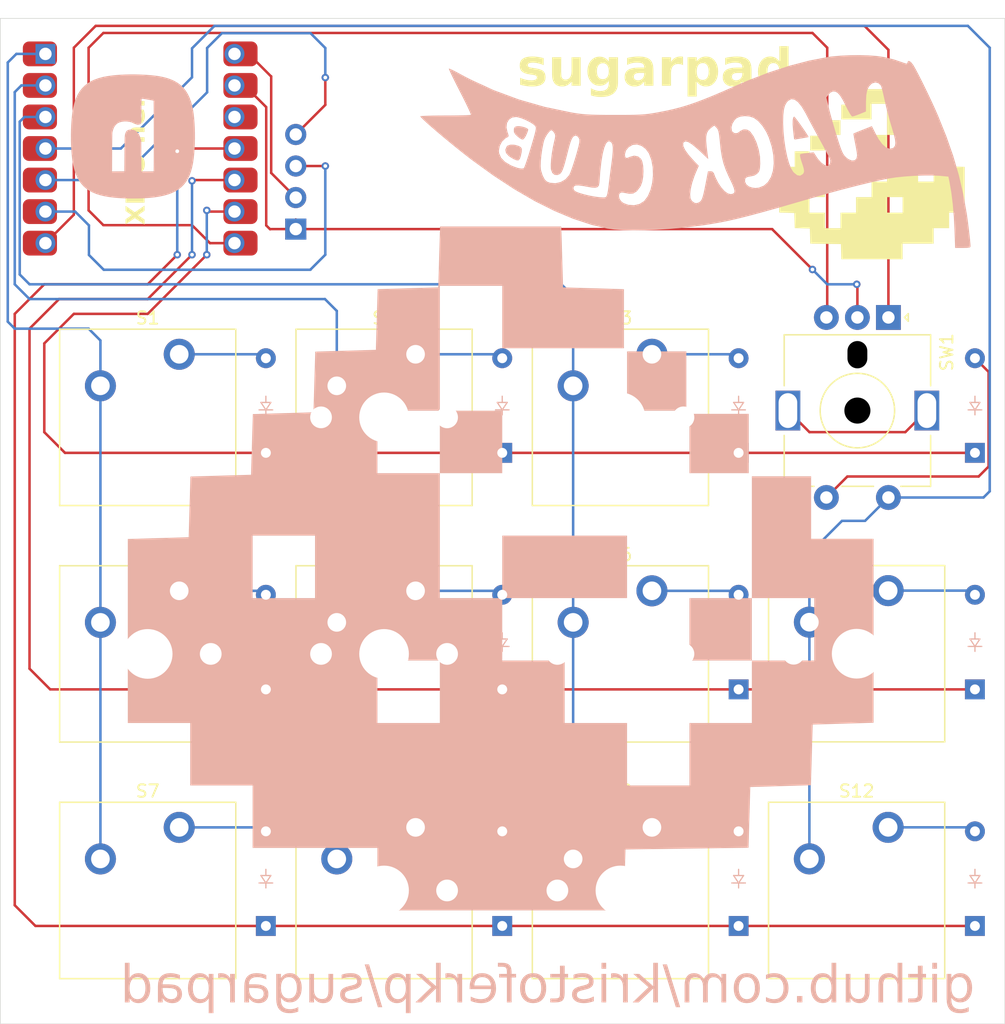
<source format=kicad_pcb>
(kicad_pcb (version 20241229) (generator "pcbnew") (generator_version "9.0")
  (layers (0 "F.Cu" signal) (2 "B.Cu" signal) (13 "F.Paste" user) (15 "B.Paste" user) (5 "F.SilkS" user "F.Silkscreen") (7 "B.SilkS" user "B.Silkscreen") (1 "F.Mask" user) (3 "B.Mask" user) (25 "Edge.Cuts" user))
  (net 0 "")
  (net 1 "Net-(D1-A)")
  (net 2 "Row 0")
  (net 3 "Net-(D2-A)")
  (net 4 "Net-(D3-A)")
  (net 5 "Net-(D4-A)")
  (net 6 "Row 1")
  (net 7 "Net-(D5-A)")
  (net 8 "Net-(D6-A)")
  (net 9 "Net-(D7-A)")
  (net 10 "Row 2")
  (net 11 "Net-(D8-A)")
  (net 12 "Net-(D9-A)")
  (net 13 "OLED SDA")
  (net 14 "GND")
  (net 15 "OLED SCL")
  (net 16 "VCC")
  (net 17 "Column 0")
  (net 18 "Column 1")
  (net 19 "Column 2")
  (net 21 "unconnected-(SW1-PadMP)")
  (net 22 "Net-(D11-A)")
  (net 23 "Net-(D12-A)")
  (net 24 "Column 3")
  (net 25 "Encoder B")
  (net 26 "Encoder A")
  (net 27 "Net-(D10-A)")
  (footprint "ScottoKeebs_MX:MX_PCB_1.00u" (layer "F.Cu") (at 118.582958 100.711515)
    (property "Reference" "S2" (at 0 -8 0) (layer "F.SilkS"))
    (property "Value" "Keyswitch")
    (pad "" np_thru_hole circle (at -5.08 0) (size 1.75 1.75) (drill 1.75) (layers "*.Cu" "*.Mask"))
    (pad "" np_thru_hole circle (at 0 0) (size 4 4) (drill 4) (layers "*.Cu" "*.Mask"))
    (pad "" np_thru_hole circle (at 5.08 0) (size 1.75 1.75) (drill 1.75) (layers "*.Cu" "*.Mask"))
    (pad "1" thru_hole circle (at -3.81 -2.54) (size 2.5 2.5) (drill 1.5) (layers "*.Cu" "*.Mask") (net 18 "Column 1"))
    (pad "2" thru_hole circle (at 2.54 -5.08) (size 2.5 2.5) (drill 1.5) (layers "*.Cu" "*.Mask") (net 3 "Net-(D2-A)"))
  )
  (footprint "Rotary_Encoder:RotaryEncoder_Alps_EC11E-Switch_Vertical_H20mm_MountingHoles" (layer "F.Cu") (at 159.232572 92.665197 -90)
    (property "Reference" "SW1" (at 2.8 -4.7 90) (layer "F.SilkS"))
    (property "Value" "RotaryEncoder_Switch")
    (pad "" np_thru_hole oval (at 3 2.5 270) (size 2.2 1.6) (drill oval 2.2 1.6) (layers "*.Mask"))
    (pad "" np_thru_hole circle (at 7.5 2.5 270) (size 2.1 2.1) (drill 2.1) (layers "*.Mask"))
    (pad "A" thru_hole rect (at 0 0 270) (size 2 2) (drill 1) (layers "*.Cu" "*.Mask") (net 26 "Encoder A"))
    (pad "B" thru_hole circle (at 0 5 270) (size 2 2) (drill 1) (layers "*.Cu" "*.Mask") (net 25 "Encoder B"))
    (pad "C" thru_hole circle (at 0 2.5 270) (size 2 2) (drill 1) (layers "*.Cu" "*.Mask") (net 14 "GND"))
    (pad "MP" thru_hole rect (at 7.5 -3.1 270) (size 3.2 2) (drill oval 2.8 1.5) (layers "*.Cu" "*.Mask") (net 21 "unconnected-(SW1-PadMP)"))
    (pad "MP" thru_hole rect (at 7.5 8.1 270) (size 3.2 2) (drill oval 2.8 1.5) (layers "*.Cu" "*.Mask") (net 21 "unconnected-(SW1-PadMP)"))
    (pad "S1" thru_hole circle (at 14.5 5 270) (size 2 2) (drill 1) (layers "*.Cu" "*.Mask") (net 27 "Net-(D10-A)"))
    (pad "S2" thru_hole circle (at 14.5 0 270) (size 2 2) (drill 1) (layers "*.Cu" "*.Mask") (net 24 "Column 3"))
  )
  (footprint "ScottoKeebs_MX:MX_PCB_1.00u" (layer "F.Cu") (at 156.671439 138.807275)
    (property "Reference" "S12" (at 0 -8 0) (layer "F.SilkS"))
    (property "Value" "Keyswitch")
    (pad "" np_thru_hole circle (at -5.08 0) (size 1.75 1.75) (drill 1.75) (layers "*.Cu" "*.Mask"))
    (pad "" np_thru_hole circle (at 0 0) (size 4 4) (drill 4) (layers "*.Cu" "*.Mask"))
    (pad "" np_thru_hole circle (at 5.08 0) (size 1.75 1.75) (drill 1.75) (layers "*.Cu" "*.Mask"))
    (pad "1" thru_hole circle (at -3.81 -2.54) (size 2.5 2.5) (drill 1.5) (layers "*.Cu" "*.Mask") (net 24 "Column 3"))
    (pad "2" thru_hole circle (at 2.54 -5.08) (size 2.5 2.5) (drill 1.5) (layers "*.Cu" "*.Mask") (net 23 "Net-(D12-A)"))
  )
  (footprint "ScottoKeebs_MX:MX_PCB_1.00u" (layer "F.Cu") (at 156.673377 119.745651)
    (property "Reference" "S11" (at 0 -8 0) (layer "F.SilkS"))
    (property "Value" "Keyswitch")
    (pad "" np_thru_hole circle (at -5.08 0) (size 1.75 1.75) (drill 1.75) (layers "*.Cu" "*.Mask"))
    (pad "" np_thru_hole circle (at 0 0) (size 4 4) (drill 4) (layers "*.Cu" "*.Mask"))
    (pad "" np_thru_hole circle (at 5.08 0) (size 1.75 1.75) (drill 1.75) (layers "*.Cu" "*.Mask"))
    (pad "1" thru_hole circle (at -3.81 -2.54) (size 2.5 2.5) (drill 1.5) (layers "*.Cu" "*.Mask") (net 24 "Column 3"))
    (pad "2" thru_hole circle (at 2.54 -5.08) (size 2.5 2.5) (drill 1.5) (layers "*.Cu" "*.Mask") (net 22 "Net-(D11-A)"))
  )
  (footprint "ScottoKeebs_MX:MX_PCB_1.00u" (layer "F.Cu") (at 137.632958 100.711515)
    (property "Reference" "S3" (at 0 -8 0) (layer "F.SilkS"))
    (property "Value" "Keyswitch")
    (pad "" np_thru_hole circle (at -5.08 0) (size 1.75 1.75) (drill 1.75) (layers "*.Cu" "*.Mask"))
    (pad "" np_thru_hole circle (at 0 0) (size 4 4) (drill 4) (layers "*.Cu" "*.Mask"))
    (pad "" np_thru_hole circle (at 5.08 0) (size 1.75 1.75) (drill 1.75) (layers "*.Cu" "*.Mask"))
    (pad "1" thru_hole circle (at -3.81 -2.54) (size 2.5 2.5) (drill 1.5) (layers "*.Cu" "*.Mask") (net 19 "Column 2"))
    (pad "2" thru_hole circle (at 2.54 -5.08) (size 2.5 2.5) (drill 1.5) (layers "*.Cu" "*.Mask") (net 4 "Net-(D3-A)"))
  )
  (footprint "LOGO" (layer "F.Cu") (at 157.873583 80.47089)
    (property "Reference" "G***" (hide yes))
    (property "Value" "LOGO" (hide yes))
  )
  (footprint "ScottoKeebs_MX:MX_PCB_1.00u" (layer "F.Cu") (at 118.582958 138.811515)
    (property "Reference" "S8" (at 0 -8 0) (layer "F.SilkS"))
    (property "Value" "Keyswitch")
    (pad "" np_thru_hole circle (at -5.08 0) (size 1.75 1.75) (drill 1.75) (layers "*.Cu" "*.Mask"))
    (pad "" np_thru_hole circle (at 0 0) (size 4 4) (drill 4) (layers "*.Cu" "*.Mask"))
    (pad "" np_thru_hole circle (at 5.08 0) (size 1.75 1.75) (drill 1.75) (layers "*.Cu" "*.Mask"))
    (pad "1" thru_hole circle (at -3.81 -2.54) (size 2.5 2.5) (drill 1.5) (layers "*.Cu" "*.Mask") (net 18 "Column 1"))
    (pad "2" thru_hole circle (at 2.54 -5.08) (size 2.5 2.5) (drill 1.5) (layers "*.Cu" "*.Mask") (net 11 "Net-(D8-A)"))
  )
  (footprint "ScottoKeebs_Components:OLED_128x32" (layer "F.Cu") (at 109.86625 75.75089)
    (property "Reference" "J1" (hide yes))
    (property "Value" "OLED_128x32")
    (pad "1" thru_hole rect (at 1.6 9.8 180) (size 1.7 1.7) (drill 1) (layers "*.Cu" "*.Mask") (net 14 "GND"))
    (pad "2" thru_hole oval (at 1.6 7.26 180) (size 1.7 1.7) (drill 1) (layers "*.Cu" "*.Mask") (net 16 "VCC"))
    (pad "3" thru_hole oval (at 1.6 4.72 180) (size 1.7 1.7) (drill 1) (layers "*.Cu" "*.Mask") (net 15 "OLED SCL"))
    (pad "4" thru_hole oval (at 1.6 2.18 180) (size 1.7 1.7) (drill 1) (layers "*.Cu" "*.Mask") (net 13 "OLED SDA"))
  )
  (footprint "ScottoKeebs_MX:MX_PCB_1.00u" (layer "F.Cu") (at 118.582958 119.761515)
    (property "Reference" "S5" (at 0 -8 0) (layer "F.SilkS"))
    (property "Value" "Keyswitch")
    (pad "" np_thru_hole circle (at -5.08 0) (size 1.75 1.75) (drill 1.75) (layers "*.Cu" "*.Mask"))
    (pad "" np_thru_hole circle (at 0 0) (size 4 4) (drill 4) (layers "*.Cu" "*.Mask"))
    (pad "" np_thru_hole circle (at 5.08 0) (size 1.75 1.75) (drill 1.75) (layers "*.Cu" "*.Mask"))
    (pad "1" thru_hole circle (at -3.81 -2.54) (size 2.5 2.5) (drill 1.5) (layers "*.Cu" "*.Mask") (net 18 "Column 1"))
    (pad "2" thru_hole circle (at 2.54 -5.08) (size 2.5 2.5) (drill 1.5) (layers "*.Cu" "*.Mask") (net 7 "Net-(D5-A)"))
  )
  (footprint "ScottoKeebs_MX:MX_PCB_1.00u" (layer "F.Cu") (at 99.532958 119.761515)
    (property "Reference" "S4" (at 0 -8 0) (layer "F.SilkS"))
    (property "Value" "Keyswitch")
    (pad "" np_thru_hole circle (at -5.08 0) (size 1.75 1.75) (drill 1.75) (layers "*.Cu" "*.Mask"))
    (pad "" np_thru_hole circle (at 0 0) (size 4 4) (drill 4) (layers "*.Cu" "*.Mask"))
    (pad "" np_thru_hole circle (at 5.08 0) (size 1.75 1.75) (drill 1.75) (layers "*.Cu" "*.Mask"))
    (pad "1" thru_hole circle (at -3.81 -2.54) (size 2.5 2.5) (drill 1.5) (layers "*.Cu" "*.Mask") (net 17 "Column 0"))
    (pad "2" thru_hole circle (at 2.54 -5.08) (size 2.5 2.5) (drill 1.5) (layers "*.Cu" "*.Mask") (net 5 "Net-(D4-A)"))
  )
  (footprint "ScottoKeebs_MCU:Seeed_XIAO_RP2040" (layer "F.Cu") (at 98.910497 79.061124)
    (property "Reference" "U1" (hide yes))
    (property "Value" "XIAO-RP2040-DIP")
    (pad "1" smd roundrect (at -8.065 -7.62) (size 2.75 2) (layers "F.Cu" "F.Mask" "F.Paste") (net 17 "Column 0"))
    (pad "1" thru_hole rect (at -7.62 -7.62 90) (size 1.6 1.6) (drill 1) (layers "*.Cu" "*.Mask") (net 17 "Column 0"))
    (pad "2" smd roundrect (at -8.065 -5.08) (size 2.75 2) (layers "F.Cu" "F.Mask" "F.Paste") (net 18 "Column 1"))
    (pad "2" thru_hole circle (at -7.62 -5.08 90) (size 1.6 1.6) (drill 1) (layers "*.Cu" "*.Mask") (net 18 "Column 1"))
    (pad "3" smd roundrect (at -8.065 -2.54) (size 2.75 2) (layers "F.Cu" "F.Mask" "F.Paste") (net 19 "Column 2"))
    (pad "3" thru_hole circle (at -7.62 -2.54 90) (size 1.6 1.6) (drill 1) (layers "*.Cu" "*.Mask") (net 19 "Column 2"))
    (pad "4" smd roundrect (at -8.065 0) (size 2.75 2) (layers "F.Cu" "F.Mask" "F.Paste") (net 24 "Column 3"))
    (pad "4" thru_hole circle (at -7.62 0 90) (size 1.6 1.6) (drill 1) (layers "*.Cu" "*.Mask") (net 24 "Column 3"))
    (pad "5" smd roundrect (at -8.065 2.54) (size 2.75 2) (layers "F.Cu" "F.Mask" "F.Paste") (net 13 "OLED SDA"))
    (pad "5" thru_hole circle (at -7.62 2.54 90) (size 1.6 1.6) (drill 1) (layers "*.Cu" "*.Mask") (net 13 "OLED SDA"))
    (pad "6" smd roundrect (at -8.065 5.08) (size 2.75 2) (layers "F.Cu" "F.Mask" "F.Paste") (net 15 "OLED SCL"))
    (pad "6" thru_hole circle (at -7.62 5.08 90) (size 1.6 1.6) (drill 1) (layers "*.Cu" "*.Mask") (net 15 "OLED SCL"))
    (pad "7" smd roundrect (at -8.065 7.62) (size 2.75 2) (layers "F.Cu" "F.Mask" "F.Paste") (net 26 "Encoder A"))
    (pad "7" thru_hole circle (at -7.62 7.62 90) (size 1.6 1.6) (drill 1) (layers "*.Cu" "*.Mask") (net 26 "Encoder A"))
    (pad "8" thru_hole circle (at 7.62 7.62 90) (size 1.6 1.6) (drill 1) (layers "*.Cu" "*.Mask") (net 25 "Encoder B"))
    (pad "8" smd roundrect (at 8.1 7.62) (size 2.75 2) (layers "F.Cu" "F.Mask" "F.Paste") (net 25 "Encoder B"))
    (pad "9" thru_hole circle (at 7.62 5.08 90) (size 1.6 1.6) (drill 1) (layers "*.Cu" "*.Mask") (net 2 "Row 0"))
    (pad "9" smd roundrect (at 8.1 5.08) (size 2.75 2) (layers "F.Cu" "F.Mask" "F.Paste") (net 2 "Row 0"))
    (pad "10" thru_hole circle (at 7.62 2.54 90) (size 1.6 1.6) (drill 1) (layers "*.Cu" "*.Mask") (net 6 "Row 1"))
    (pad "10" smd roundrect (at 8.1 2.54) (size 2.75 2) (layers "F.Cu" "F.Mask" "F.Paste") (net 6 "Row 1"))
    (pad "11" thru_hole circle (at 7.62 0 90) (size 1.6 1.6) (drill 1) (layers "*.Cu" "*.Mask") (net 10 "Row 2"))
    (pad "11" smd roundrect (at 8.1 0) (size 2.75 2) (layers "F.Cu" "F.Mask" "F.Paste") (net 10 "Row 2"))
    (pad "12" thru_hole circle (at 7.62 -2.54 90) (size 1.6 1.6) (drill 1) (layers "*.Cu" "*.Mask"))
    (pad "12" smd roundrect (at 8.1 -2.54) (size 2.75 2) (layers "F.Cu" "F.Mask" "F.Paste"))
    (pad "13" thru_hole circle (at 7.62 -5.08 90) (size 1.6 1.6) (drill 1) (layers "*.Cu" "*.Mask") (net 14 "GND"))
    (pad "13" smd roundrect (at 8.1 -5.08) (size 2.75 2) (layers "F.Cu" "F.Mask" "F.Paste") (net 14 "GND"))
    (pad "14" thru_hole circle (at 7.62 -7.62 90) (size 1.6 1.6) (drill 1) (layers "*.Cu" "*.Mask") (net 16 "VCC"))
    (pad "14" smd roundrect (at 8.1 -7.62) (size 2.75 2) (layers "F.Cu" "F.Mask" "F.Paste") (net 16 "VCC"))
  )
  (footprint "ScottoKeebs_MX:MX_PCB_1.00u" (layer "F.Cu") (at 99.532958 138.811515)
    (property "Reference" "S7" (at 0 -8 0) (layer "F.SilkS"))
    (property "Value" "Keyswitch")
    (pad "" np_thru_hole circle (at -5.08 0) (size 1.75 1.75) (drill 1.75) (layers "*.Cu" "*.Mask"))
    (pad "" np_thru_hole circle (at 0 0) (size 4 4) (drill 4) (layers "*.Cu" "*.Mask"))
    (pad "" np_thru_hole circle (at 5.08 0) (size 1.75 1.75) (drill 1.75) (layers "*.Cu" "*.Mask"))
    (pad "1" thru_hole circle (at -3.81 -2.54) (size 2.5 2.5) (drill 1.5) (layers "*.Cu" "*.Mask") (net 17 "Column 0"))
    (pad "2" thru_hole circle (at 2.54 -5.08) (size 2.5 2.5) (drill 1.5) (layers "*.Cu" "*.Mask") (net 9 "Net-(D7-A)"))
  )
  (footprint "ScottoKeebs_MX:MX_PCB_1.00u" (layer "F.Cu") (at 137.632958 138.811515)
    (property "Reference" "S9" (at 0 -8 0) (layer "F.SilkS"))
    (property "Value" "Keyswitch")
    (pad "" np_thru_hole circle (at -5.08 0) (size 1.75 1.75) (drill 1.75) (layers "*.Cu" "*.Mask"))
    (pad "" np_thru_hole circle (at 0 0) (size 4 4) (drill 4) (layers "*.Cu" "*.Mask"))
    (pad "" np_thru_hole circle (at 5.08 0) (size 1.75 1.75) (drill 1.75) (layers "*.Cu" "*.Mask"))
    (pad "1" thru_hole circle (at -3.81 -2.54) (size 2.5 2.5) (drill 1.5) (layers "*.Cu" "*.Mask") (net 19 "Column 2"))
    (pad "2" thru_hole circle (at 2.54 -5.08) (size 2.5 2.5) (drill 1.5) (layers "*.Cu" "*.Mask") (net 12 "Net-(D9-A)"))
  )
  (footprint "ScottoKeebs_MX:MX_PCB_1.00u" (layer "F.Cu") (at 137.632958 119.761515)
    (property "Reference" "S6" (at 0 -8 0) (layer "F.SilkS"))
    (property "Value" "Keyswitch")
    (pad "" np_thru_hole circle (at -5.08 0) (size 1.75 1.75) (drill 1.75) (layers "*.Cu" "*.Mask"))
    (pad "" np_thru_hole circle (at 0 0) (size 4 4) (drill 4) (layers "*.Cu" "*.Mask"))
    (pad "" np_thru_hole circle (at 5.08 0) (size 1.75 1.75) (drill 1.75) (layers "*.Cu" "*.Mask"))
    (pad "1" thru_hole circle (at -3.81 -2.54) (size 2.5 2.5) (drill 1.5) (layers "*.Cu" "*.Mask") (net 19 "Column 2"))
    (pad "2" thru_hole circle (at 2.54 -5.08) (size 2.5 2.5) (drill 1.5) (layers "*.Cu" "*.Mask") (net 8 "Net-(D6-A)"))
  )
  (footprint "ScottoKeebs_MX:MX_PCB_1.00u" (layer "F.Cu") (at 99.532958 100.711515)
    (property "Reference" "S1" (at 0 -8 0) (layer "F.SilkS"))
    (property "Value" "Keyswitch")
    (pad "" np_thru_hole circle (at -5.08 0) (size 1.75 1.75) (drill 1.75) (layers "*.Cu" "*.Mask"))
    (pad "" np_thru_hole circle (at 0 0) (size 4 4) (drill 4) (layers "*.Cu" "*.Mask"))
    (pad "" np_thru_hole circle (at 5.08 0) (size 1.75 1.75) (drill 1.75) (layers "*.Cu" "*.Mask"))
    (pad "1" thru_hole circle (at -3.81 -2.54) (size 2.5 2.5) (drill 1.5) (layers "*.Cu" "*.Mask") (net 17 "Column 0"))
    (pad "2" thru_hole circle (at 2.54 -5.08) (size 2.5 2.5) (drill 1.5) (layers "*.Cu" "*.Mask") (net 1 "Net-(D1-A)"))
  )
  (footprint "ScottoKeebs_Components:Diode_DO-35" (layer "B.Cu") (at 128.107958 103.569015 90)
    (property "Reference" "D2" (hide yes))
    (property "Value" "Diode" (hide yes))
    (pad "1" thru_hole rect (at 0 0 90) (size 1.6 1.6) (drill 0.8) (layers "*.Cu" "*.Mask") (net 2 "Row 0"))
    (pad "2" thru_hole oval (at 7.62 0 90) (size 1.6 1.6) (drill 0.8) (layers "*.Cu" "*.Mask") (net 3 "Net-(D2-A)"))
  )
  (footprint "ScottoKeebs_Components:Diode_DO-35" (layer "B.Cu") (at 128.107958 122.619015 90)
    (property "Reference" "D5" (hide yes))
    (property "Value" "Diode" (hide yes))
    (pad "1" thru_hole rect (at 0 0 90) (size 1.6 1.6) (drill 0.8) (layers "*.Cu" "*.Mask") (net 6 "Row 1"))
    (pad "2" thru_hole oval (at 7.62 0 90) (size 1.6 1.6) (drill 0.8) (layers "*.Cu" "*.Mask") (net 7 "Net-(D5-A)"))
  )
  (footprint "ScottoKeebs_Components:Diode_DO-35" (layer "B.Cu") (at 166.207958 141.669015 90)
    (property "Reference" "D12" (hide yes))
    (property "Value" "Diode" (hide yes))
    (pad "1" thru_hole rect (at 0 0 90) (size 1.6 1.6) (drill 0.8) (layers "*.Cu" "*.Mask") (net 10 "Row 2"))
    (pad "2" thru_hole oval (at 7.62 0 90) (size 1.6 1.6) (drill 0.8) (layers "*.Cu" "*.Mask") (net 23 "Net-(D12-A)"))
  )
  (footprint "ScottoKeebs_Components:Diode_DO-35" (layer "B.Cu") (at 147.157958 103.569015 90)
    (property "Reference" "D3" (hide yes))
    (property "Value" "Diode" (hide yes))
    (pad "1" thru_hole rect (at 0 0 90) (size 1.6 1.6) (drill 0.8) (layers "*.Cu" "*.Mask") (net 2 "Row 0"))
    (pad "2" thru_hole oval (at 7.62 0 90) (size 1.6 1.6) (drill 0.8) (layers "*.Cu" "*.Mask") (net 4 "Net-(D3-A)"))
  )
  (footprint "LOGO" (layer "B.Cu") (at 98.342333 78.08964 180)
    (property "Reference" "G***" (hide yes))
    (property "Value" "LOGO" (hide yes))
  )
  (footprint "LOGO" (layer "B.Cu") (at 128.107958 110.236515 180)
    (property "Reference" "G***" (hide yes))
    (property "Value" "LOGO" (hide yes))
  )
  (footprint "ScottoKeebs_Components:Diode_DO-35" (layer "B.Cu") (at 166.207958 122.619015 90)
    (property "Reference" "D11" (hide yes))
    (property "Value" "Diode" (hide yes))
    (pad "1" thru_hole rect (at 0 0 90) (size 1.6 1.6) (drill 0.8) (layers "*.Cu" "*.Mask") (net 6 "Row 1"))
    (pad "2" thru_hole oval (at 7.62 0 90) (size 1.6 1.6) (drill 0.8) (layers "*.Cu" "*.Mask") (net 22 "Net-(D11-A)"))
  )
  (footprint "ScottoKeebs_Components:Diode_DO-35" (layer "B.Cu") (at 166.207958 103.569015 90)
    (property "Reference" "D10" (hide yes))
    (property "Value" "Diode" (hide yes))
    (pad "1" thru_hole rect (at 0 0 90) (size 1.6 1.6) (drill 0.8) (layers "*.Cu" "*.Mask") (net 2 "Row 0"))
    (pad "2" thru_hole oval (at 7.62 0 90) (size 1.6 1.6) (drill 0.8) (layers "*.Cu" "*.Mask") (net 27 "Net-(D10-A)"))
  )
  (footprint "ScottoKeebs_Components:Diode_DO-35" (layer "B.Cu") (at 147.157958 122.619015 90)
    (property "Reference" "D6" (hide yes))
    (property "Value" "Diode" (hide yes))
    (pad "1" thru_hole rect (at 0 0 90) (size 1.6 1.6) (drill 0.8) (layers "*.Cu" "*.Mask") (net 6 "Row 1"))
    (pad "2" thru_hole oval (at 7.62 0 90) (size 1.6 1.6) (drill 0.8) (layers "*.Cu" "*.Mask") (net 8 "Net-(D6-A)"))
  )
  (footprint "ScottoKeebs_Components:Diode_DO-35" (layer "B.Cu") (at 147.157958 141.669015 90)
    (property "Reference" "D9" (hide yes))
    (property "Value" "Diode" (hide yes))
    (pad "1" thru_hole rect (at 0 0 90) (size 1.6 1.6) (drill 0.8) (layers "*.Cu" "*.Mask") (net 10 "Row 2"))
    (pad "2" thru_hole oval (at 7.62 0 90) (size 1.6 1.6) (drill 0.8) (layers "*.Cu" "*.Mask") (net 12 "Net-(D9-A)"))
  )
  (footprint "LOGO" (layer "B.Cu") (at 143.586083 79.280265 180)
    (property "Reference" "G***" (hide yes))
    (property "Value" "LOGO" (hide yes))
  )
  (footprint "ScottoKeebs_Components:Diode_DO-35" (layer "B.Cu") (at 109.057958 103.569015 90)
    (property "Reference" "D1" (hide yes))
    (property "Value" "Diode" (hide yes))
    (pad "1" thru_hole rect (at 0 0 90) (size 1.6 1.6) (drill 0.8) (layers "*.Cu" "*.Mask") (net 2 "Row 0"))
    (pad "2" thru_hole oval (at 7.62 0 90) (size 1.6 1.6) (drill 0.8) (layers "*.Cu" "*.Mask") (net 1 "Net-(D1-A)"))
  )
  (footprint "ScottoKeebs_Components:Diode_DO-35" (layer "B.Cu") (at 109.057958 122.619015 90)
    (property "Reference" "D4" (hide yes))
    (property "Value" "Diode" (hide yes))
    (pad "1" thru_hole rect (at 0 0 90) (size 1.6 1.6) (drill 0.8) (layers "*.Cu" "*.Mask") (net 6 "Row 1"))
    (pad "2" thru_hole oval (at 7.62 0 90) (size 1.6 1.6) (drill 0.8) (layers "*.Cu" "*.Mask") (net 5 "Net-(D4-A)"))
  )
  (footprint "ScottoKeebs_Components:Diode_DO-35" (layer "B.Cu") (at 128.107958 141.669015 90)
    (property "Reference" "D8" (hide yes))
    (property "Value" "Diode" (hide yes))
    (pad "1" thru_hole rect (at 0 0 90) (size 1.6 1.6) (drill 0.8) (layers "*.Cu" "*.Mask") (net 10 "Row 2"))
    (pad "2" thru_hole oval (at 7.62 0 90) (size 1.6 1.6) (drill 0.8) (layers "*.Cu" "*.Mask") (net 11 "Net-(D8-A)"))
  )
  (footprint "ScottoKeebs_Components:Diode_DO-35" (layer "B.Cu") (at 109.057958 141.669015 90)
    (property "Reference" "D7" (hide yes))
    (property "Value" "Diode" (hide yes))
    (pad "1" thru_hole rect (at 0 0 90) (size 1.6 1.6) (drill 0.8) (layers "*.Cu" "*.Mask") (net 10 "Row 2"))
    (pad "2" thru_hole oval (at 7.62 0 90) (size 1.6 1.6) (drill 0.8) (layers "*.Cu" "*.Mask") (net 9 "Net-(D7-A)"))
  )
  (gr_rect (start 87.65375 68.58375) (end 168.61625 149.54625) (stroke (width 0.05)) (fill no) (layer "Edge.Cuts"))
  (gr_text "sugarpad" (at 129.298583 74.517765 0) (layer "F.SilkS") (effects (font (size 3 3) (thickness 0.3) (bold yes)) (justify left bottom)))
  (gr_text "XIAO here" (at 99.532958 85.23339 90) (layer "F.SilkS") (effects (font (size 1.5 1.5) (thickness 0.3) (bold yes)) (justify left bottom)))
  (gr_text "github.com/kristoferkp/sugarpad" (at 166.207958 148.336515 0) (layer "B.SilkS") (effects (font (size 3 3) (thickness 0.1)) (justify left bottom mirror)))
  (segment (start 108.740458 95.631515) (end 109.057958 95.949015) (width 0.2) (layer "B.Cu") (net 1))
  (segment (start 102.072958 95.631515) (end 108.740458 95.631515) (width 0.2) (layer "B.Cu") (net 1))
  (segment (start 99.532958 92.37714) (end 93.579833 92.37714) (width 0.2) (layer "F.Cu") (net 2))
  (segment (start 93.579833 92.37714) (end 91.198583 94.75839) (width 0.2) (layer "F.Cu") (net 2))
  (segment (start 147.157958 103.569015) (end 166.207958 103.569015) (width 0.2) (layer "F.Cu") (net 2))
  (segment (start 92.865458 103.569015) (end 109.057958 103.569015) (width 0.2) (layer "F.Cu") (net 2))
  (segment (start 91.198583 94.75839) (end 91.198583 101.90214) (width 0.2) (layer "F.Cu") (net 2))
  (segment (start 104.295458 87.61464) (end 99.532958 92.37714) (width 0.2) (layer "F.Cu") (net 2))
  (segment (start 109.057958 103.569015) (end 147.157958 103.569015) (width 0.2) (layer "F.Cu") (net 2))
  (segment (start 104.393817 84.141124) (end 104.295458 84.042765) (width 0.2) (layer "F.Cu") (net 2))
  (segment (start 106.530497 84.141124) (end 104.393817 84.141124) (width 0.2) (layer "F.Cu") (net 2))
  (segment (start 91.198583 101.90214) (end 92.865458 103.569015) (width 0.2) (layer "F.Cu") (net 2))
  (via (at 104.295458 84.042765) (size 0.6) (drill 0.3) (layers "F.Cu" "B.Cu") (net 2))
  (via (at 104.295458 87.61464) (size 0.6) (drill 0.3) (layers "F.Cu" "B.Cu") (net 2))
  (segment (start 104.295458 84.042765) (end 104.295458 87.61464) (width 0.2) (layer "B.Cu") (net 2))
  (segment (start 127.790458 95.631515) (end 121.122958 95.631515) (width 0.2) (layer "B.Cu") (net 3))
  (segment (start 128.107958 95.949015) (end 127.790458 95.631515) (width 0.2) (layer "B.Cu") (net 3))
  (segment (start 140.172958 95.631515) (end 146.840458 95.631515) (width 0.2) (layer "B.Cu") (net 4))
  (segment (start 146.840458 95.631515) (end 147.157958 95.949015) (width 0.2) (layer "B.Cu") (net 4))
  (segment (start 108.740458 114.681515) (end 109.057958 114.999015) (width 0.2) (layer "B.Cu") (net 5))
  (segment (start 102.072958 114.681515) (end 108.740458 114.681515) (width 0.2) (layer "B.Cu") (net 5))
  (segment (start 99.532958 91.186515) (end 92.389208 91.186515) (width 0.2) (layer "F.Cu") (net 6))
  (segment (start 103.104833 87.61464) (end 99.532958 91.186515) (width 0.2) (layer "F.Cu") (net 6))
  (segment (start 106.530497 81.601124) (end 103.165224 81.601124) (width 0.2) (layer "F.Cu") (net 6))
  (segment (start 90.007958 93.567765) (end 90.007958 120.95214) (width 0.2) (layer "F.Cu") (net 6))
  (segment (start 103.165224 81.601124) (end 103.104833 81.661515) (width 0.2) (layer "F.Cu") (net 6))
  (segment (start 147.157958 122.619015) (end 166.207958 122.619015) (width 0.2) (layer "F.Cu") (net 6))
  (segment (start 109.057958 122.619015) (end 147.157958 122.619015) (width 0.2) (layer "F.Cu") (net 6))
  (segment (start 91.674833 122.619015) (end 109.057958 122.619015) (width 0.2) (layer "F.Cu") (net 6))
  (segment (start 92.389208 91.186515) (end 90.007958 93.567765) (width 0.2) (layer "F.Cu") (net 6))
  (segment (start 90.007958 120.95214) (end 91.674833 122.619015) (width 0.2) (layer "F.Cu") (net 6))
  (via (at 103.104833 87.61464) (size 0.6) (drill 0.3) (layers "F.Cu" "B.Cu") (net 6))
  (via (at 103.104833 81.661515) (size 0.6) (drill 0.3) (layers "F.Cu" "B.Cu") (net 6))
  (segment (start 103.104833 81.661515) (end 103.104833 87.61464) (width 0.2) (layer "B.Cu") (net 6))
  (segment (start 127.790458 114.681515) (end 128.107958 114.999015) (width 0.2) (layer "B.Cu") (net 7))
  (segment (start 121.122958 114.681515) (end 127.790458 114.681515) (width 0.2) (layer "B.Cu") (net 7))
  (segment (start 140.172958 114.681515) (end 146.840458 114.681515) (width 0.2) (layer "B.Cu") (net 8))
  (segment (start 146.840458 114.681515) (end 147.157958 114.999015) (width 0.2) (layer "B.Cu") (net 8))
  (segment (start 102.072958 133.731515) (end 108.740458 133.731515) (width 0.2) (layer "B.Cu") (net 9))
  (segment (start 108.740458 133.731515) (end 109.057958 134.049015) (width 0.2) (layer "B.Cu") (net 9))
  (segment (start 88.817333 92.37714) (end 88.817333 140.00214) (width 0.2) (layer "F.Cu") (net 10))
  (segment (start 91.198583 89.99589) (end 88.817333 92.37714) (width 0.2) (layer "F.Cu") (net 10))
  (segment (start 88.817333 140.00214) (end 90.484208 141.669015) (width 0.2) (layer "F.Cu") (net 10))
  (segment (start 99.532958 89.99589) (end 91.198583 89.99589) (width 0.2) (layer "F.Cu") (net 10))
  (segment (start 109.057958 141.669015) (end 147.157958 141.669015) (width 0.2) (layer "F.Cu") (net 10))
  (segment (start 90.484208 141.669015) (end 109.057958 141.669015) (width 0.2) (layer "F.Cu") (net 10))
  (segment (start 147.157958 141.669015) (end 166.207958 141.669015) (width 0.2) (layer "F.Cu") (net 10))
  (segment (start 102.133349 79.061124) (end 101.914208 79.280265) (width 0.2) (layer "F.Cu") (net 10))
  (segment (start 101.914208 87.61464) (end 99.532958 89.99589) (width 0.2) (layer "F.Cu") (net 10))
  (segment (start 106.530497 79.061124) (end 102.133349 79.061124) (width 0.2) (layer "F.Cu") (net 10))
  (via (at 101.914208 87.61464) (size 0.6) (drill 0.3) (layers "F.Cu" "B.Cu") (net 10))
  (via (at 101.914208 79.280265) (size 0.6) (drill 0.3) (layers "F.Cu" "B.Cu") (net 10))
  (segment (start 101.914208 79.280265) (end 101.914208 87.61464) (width 0.2) (layer "B.Cu") (net 10))
  (segment (start 121.122958 133.731515) (end 127.790458 133.731515) (width 0.2) (layer "B.Cu") (net 11))
  (segment (start 127.790458 133.731515) (end 128.107958 134.049015) (width 0.2) (layer "B.Cu") (net 11))
  (segment (start 146.840458 133.731515) (end 147.157958 134.049015) (width 0.2) (layer "B.Cu") (net 12))
  (segment (start 140.172958 133.731515) (end 146.840458 133.731515) (width 0.2) (layer "B.Cu") (net 12))
  (segment (start 113.8475 75.54964) (end 113.8475 73.32714) (width 0.2) (layer "F.Cu") (net 13))
  (segment (start 111.46625 77.93089) (end 113.8475 75.54964) (width 0.2) (layer "F.Cu") (net 13))
  (via (at 113.8475 73.34625) (size 0.6) (drill 0.3) (layers "F.Cu" "B.Cu") (net 13))
  (segment (start 97.258251 81.601124) (end 91.290497 81.601124) (width 0.2) (layer "B.Cu") (net 13))
  (segment (start 113.8475 73.34625) (end 113.8475 70.965) (width 0.2) (layer "B.Cu") (net 13))
  (segment (start 104.3225 74.536875) (end 97.258251 81.601124) (width 0.2) (layer "B.Cu") (net 13))
  (segment (start 104.3225 70.965) (end 104.3225 74.536875) (width 0.2) (layer "B.Cu") (net 13))
  (segment (start 113.8475 70.965) (end 112.656875 69.774375) (width 0.2) (layer "B.Cu") (net 13))
  (segment (start 112.656875 69.774375) (end 105.513125 69.774375) (width 0.2) (layer "B.Cu") (net 13))
  (segment (start 105.513125 69.774375) (end 104.3225 70.965) (width 0.2) (layer "B.Cu") (net 13))
  (segment (start 110.248583 85.55089) (end 149.875818 85.55089) (width 0.2) (layer "F.Cu") (net 14))
  (segment (start 149.875818 85.57) (end 153.111083 88.805265) (width 0.2) (layer "F.Cu") (net 14))
  (segment (start 110.248583 85.55089) (end 109.4025 85.55089) (width 0.2) (layer "F.Cu") (net 14))
  (segment (start 111.46625 85.55089) (end 111.46625 84.76964) (width 0.2) (layer "F.Cu") (net 14))
  (segment (start 156.682958 89.99589) (end 156.732572 90.045504) (width 0.2) (layer "F.Cu") (net 14))
  (segment (start 109.085 85.2525) (end 109.085 75.7275) (width 0.2) (layer "F.Cu") (net 14))
  (segment (start 109.085 75.7275) (end 107.338624 73.981124) (width 0.2) (layer "F.Cu") (net 14))
  (segment (start 111.46625 85.55089) (end 110.248583 85.55089) (width 0.2) (layer "F.Cu") (net 14))
  (segment (start 107.338624 73.981124) (end 107.010497 73.981124) (width 0.2) (layer "F.Cu") (net 14))
  (segment (start 109.4025 85.57) (end 109.085 85.2525) (width 0.2) (layer "F.Cu") (net 14))
  (segment (start 156.732572 90.045504) (end 156.732572 92.665197) (width 0.2) (layer "F.Cu") (net 14))
  (via (at 156.682958 89.99589) (size 0.6) (drill 0.3) (layers "F.Cu" "B.Cu") (net 14))
  (via (at 153.111083 88.805265) (size 0.6) (drill 0.3) (layers "F.Cu" "B.Cu") (net 14))
  (segment (start 154.301708 89.99589) (end 156.682958 89.99589) (width 0.2) (layer "B.Cu") (net 14))
  (segment (start 153.111083 88.805265) (end 154.301708 89.99589) (width 0.2) (layer "B.Cu") (net 14))
  (segment (start 111.46625 80.47089) (end 113.8475 80.47089) (width 0.2) (layer "F.Cu") (net 15))
  (via (at 113.8475 80.47089) (size 0.6) (drill 0.3) (layers "F.Cu" "B.Cu") (net 15))
  (segment (start 94.7975 87.63375) (end 94.7975 85.2525) (width 0.2) (layer "B.Cu") (net 15))
  (segment (start 113.8475 80.47089) (end 113.8475 87.61464) (width 0.2) (layer "B.Cu") (net 15))
  (segment (start 93.686124 84.141124) (end 91.290497 84.141124) (width 0.2) (layer "B.Cu") (net 15))
  (segment (start 112.656875 88.824375) (end 95.988125 88.824375) (width 0.2) (layer "B.Cu") (net 15))
  (segment (start 95.988125 88.824375) (end 94.7975 87.63375) (width 0.2) (layer "B.Cu") (net 15))
  (segment (start 94.7975 85.2525) (end 93.686124 84.141124) (width 0.2) (layer "B.Cu") (net 15))
  (segment (start 113.8475 87.61464) (end 112.656875 88.805265) (width 0.2) (layer "B.Cu") (net 15))
  (segment (start 109.486 81.03064) (end 109.486 73.246147) (width 0.2) (layer "F.Cu") (net 16))
  (segment (start 109.486 73.265257) (end 107.661867 71.441124) (width 0.2) (layer "F.Cu") (net 16))
  (segment (start 107.661867 71.441124) (end 106.530497 71.441124) (width 0.2) (layer "F.Cu") (net 16))
  (segment (start 111.46625 83.01089) (end 109.486 81.03064) (width 0.2) (layer "F.Cu") (net 16))
  (segment (start 88.817333 93.567765) (end 88.25475 93.005182) (width 0.2) (layer "B.Cu") (net 17))
  (segment (start 95.722958 98.171515) (end 95.722958 117.221515) (width 0.2) (layer "B.Cu") (net 17))
  (segment (start 95.722958 117.221515) (end 95.722958 136.271515) (width 0.2) (layer "B.Cu") (net 17))
  (segment (start 95.722958 94.520265) (end 94.770458 93.567765) (width 0.2) (layer "B.Cu") (net 17))
  (segment (start 95.722958 98.171515) (end 95.722958 94.520265) (width 0.2) (layer "B.Cu") (net 17))
  (segment (start 88.25475 72.136515) (end 88.950141 71.441124) (width 0.2) (layer "B.Cu") (net 17))
  (segment (start 88.950141 71.441124) (end 91.290497 71.441124) (width 0.2) (layer "B.Cu") (net 17))
  (segment (start 88.25475 93.005182) (end 88.25475 72.136515) (width 0.2) (layer "B.Cu") (net 17))
  (segment (start 94.770458 93.567765) (end 88.817333 93.567765) (width 0.2) (layer "B.Cu") (net 17))
  (segment (start 114.772958 92.139015) (end 113.820458 91.186515) (width 0.2) (layer "B.Cu") (net 18))
  (segment (start 88.817333 74.517765) (end 89.353974 73.981124) (width 0.2) (layer "B.Cu") (net 18))
  (segment (start 89.353974 73.981124) (end 91.290497 73.981124) (width 0.2) (layer "B.Cu") (net 18))
  (segment (start 114.772958 98.171515) (end 114.772958 117.221515) (width 0.2) (layer "B.Cu") (net 18))
  (segment (start 90.007958 91.186515) (end 88.817333 89.99589) (width 0.2) (layer "B.Cu") (net 18))
  (segment (start 114.772958 98.171515) (end 114.772958 92.139015) (width 0.2) (layer "B.Cu") (net 18))
  (segment (start 114.772958 117.221515) (end 114.772958 136.271515) (width 0.2) (layer "B.Cu") (net 18))
  (segment (start 113.820458 91.186515) (end 90.007958 91.186515) (width 0.2) (layer "B.Cu") (net 18))
  (segment (start 88.817333 89.99589) (end 88.817333 74.517765) (width 0.2) (layer "B.Cu") (net 18))
  (segment (start 133.822958 117.221515) (end 133.822958 136.271515) (width 0.2) (layer "B.Cu") (net 19))
  (segment (start 133.822958 98.171515) (end 133.822958 117.221515) (width 0.2) (layer "B.Cu") (net 19))
  (segment (start 133.822958 98.171515) (end 133.822958 90.94839) (width 0.2) (layer "B.Cu") (net 19))
  (segment (start 89.596224 76.521124) (end 91.290497 76.521124) (width 0.2) (layer "B.Cu") (net 19))
  (segment (start 89.218333 89.206265) (end 89.218333 76.899015) (width 0.2) (layer "B.Cu") (net 19))
  (segment (start 132.870458 89.99589) (end 90.007958 89.99589) (width 0.2) (layer "B.Cu") (net 19))
  (segment (start 89.218333 76.899015) (end 89.596224 76.521124) (width 0.2) (layer "B.Cu") (net 19))
  (segment (start 133.822958 90.94839) (end 132.870458 89.99589) (width 0.2) (layer "B.Cu") (net 19))
  (segment (start 90.007958 89.99589) (end 89.218333 89.206265) (width 0.2) (layer "B.Cu") (net 19))
  (segment (start 151.132572 100.165197) (end 152.869515 101.90214) (width 0.2) (layer "F.Cu") (net 21))
  (segment (start 160.595629 101.90214) (end 162.332572 100.165197) (width 0.2) (layer "F.Cu") (net 21))
  (segment (start 152.869515 101.90214) (end 160.595629 101.90214) (width 0.2) (layer "F.Cu") (net 21))
  (segment (start 159.213377 114.665651) (end 165.874594 114.665651) (width 0.2) (layer "B.Cu") (net 22))
  (segment (start 165.874594 114.665651) (end 166.207958 114.999015) (width 0.2) (layer "B.Cu") (net 22))
  (segment (start 165.886218 133.727275) (end 166.207958 134.049015) (width 0.2) (layer "B.Cu") (net 23))
  (segment (start 159.211439 133.727275) (end 165.886218 133.727275) (width 0.2) (layer "B.Cu") (net 23))
  (segment (start 159.232572 107.165197) (end 166.898026 107.165197) (width 0.2) (layer "B.Cu") (net 24))
  (segment (start 152.863377 136.265337) (end 152.861439 136.267275) (width 0.2) (layer "B.Cu") (net 24))
  (segment (start 167.398583 70.94589) (end 165.637443 69.18475) (width 0.2) (layer "B.Cu") (net 24))
  (segment (start 159.232572 107.165197) (end 157.351879 109.04589) (width 0.2) (layer "B.Cu") (net 24))
  (segment (start 104.915568 69.18475) (end 103.104833 70.995485) (width 0.2) (layer "B.Cu") (net 24))
  (segment (start 103.104833 70.995485) (end 103.104833 73.32714) (width 0.2) (layer "B.Cu") (net 24))
  (segment (start 165.637443 69.18475) (end 104.915568 69.18475) (width 0.2) (layer "B.Cu") (net 24))
  (segment (start 103.104833 73.32714) (end 97.370849 79.061124) (width 0.2) (layer "B.Cu") (net 24))
  (segment (start 166.898026 107.165197) (end 167.398583 106.66464) (width 0.2) (layer "B.Cu") (net 24))
  (segment (start 152.863377 111.674846) (end 152.863377 117.205651) (width 0.2) (layer "B.Cu") (net 24))
  (segment (start 152.863377 117.205651) (end 152.863377 136.265337) (width 0.2) (layer "B.Cu") (net 24))
  (segment (start 155.492333 109.04589) (end 152.863377 111.674846) (width 0.2) (layer "B.Cu") (net 24))
  (segment (start 157.351879 109.04589) (end 155.492333 109.04589) (width 0.2) (layer "B.Cu") (net 24))
  (segment (start 167.398583 106.66464) (end 167.398583 70.94589) (width 0.2) (layer "B.Cu") (net 24))
  (segment (start 97.370849 79.061124) (end 91.290497 79.061124) (width 0.2) (layer "B.Cu") (net 24))
  (segment (start 94.770458 70.94589) (end 95.961083 69.755265) (width 0.2) (layer "F.Cu") (net 25))
  (segment (start 154.301708 70.94589) (end 154.301708 92.596061) (width 0.2) (layer "F.Cu") (net 25))
  (segment (start 94.770458 84.042765) (end 94.770458 70.94589) (width 0.2) (layer "F.Cu") (net 25))
  (segment (start 95.961083 69.755265) (end 153.111083 69.755265) (width 0.2) (layer "F.Cu") (net 25))
  (segment (start 106.530497 86.681124) (end 104.552567 86.681124) (width 0.2) (layer "F.Cu") (net 25))
  (segment (start 104.552567 86.681124) (end 103.104833 85.23339) (width 0.2) (layer "F.Cu") (net 25))
  (segment (start 95.961083 85.23339) (end 94.770458 84.042765) (width 0.2) (layer "F.Cu") (net 25))
  (segment (start 103.104833 85.23339) (end 95.961083 85.23339) (width 0.2) (layer "F.Cu") (net 25))
  (segment (start 154.301708 92.596061) (end 154.232572 92.665197) (width 0.2) (layer "F.Cu") (net 25))
  (segment (start 153.111083 69.755265) (end 154.301708 70.94589) (width 0.2) (layer "F.Cu") (net 25))
  (segment (start 93.579833 84.391788) (end 93.579833 70.94589) (width 0.2) (layer "F.Cu") (net 26))
  (segment (start 93.579833 70.94589) (end 95.340973 69.18475) (width 0.2) (layer "F.Cu") (net 26))
  (segment (start 91.290497 86.681124) (end 93.579833 84.391788) (width 0.2) (layer "F.Cu") (net 26))
  (segment (start 159.232572 71.114254) (end 159.232572 92.665197) (width 0.2) (layer "F.Cu") (net 26))
  (segment (start 95.340973 69.18475) (end 157.303068 69.18475) (width 0.2) (layer "F.Cu") (net 26))
  (segment (start 157.303068 69.18475) (end 159.232572 71.114254) (width 0.2) (layer "F.Cu") (net 26))
  (segment (start 167.308958 97.050015) (end 167.308958 104.670015) (width 0.2) (layer "F.Cu") (net 27))
  (segment (start 167.308958 104.670015) (end 166.504958 105.474015) (width 0.2) (layer "F.Cu") (net 27))
  (segment (start 166.207958 95.949015) (end 167.308958 97.050015) (width 0.2) (layer "F.Cu") (net 27))
  (segment (start 155.923754 105.474015) (end 154.232572 107.165197) (width 0.2) (layer "F.Cu") (net 27))
  (segment (start 166.504958 105.474015) (end 155.923754 105.474015) (width 0.2) (layer "F.Cu") (net 27))
)
</source>
